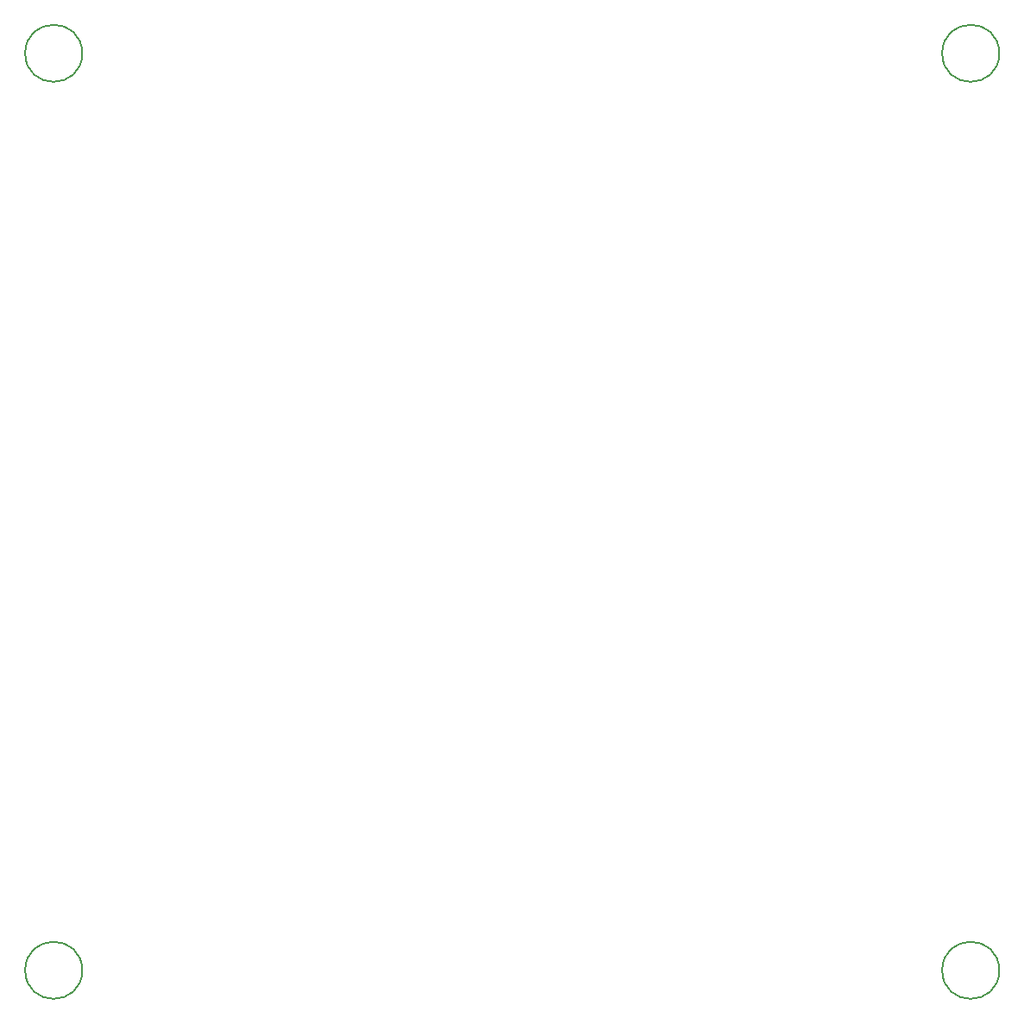
<source format=gbr>
G04 #@! TF.GenerationSoftware,KiCad,Pcbnew,5.1.5+dfsg1-2build2*
G04 #@! TF.CreationDate,2020-11-18T16:39:58+01:00*
G04 #@! TF.ProjectId,Logic_panel_v1,4c6f6769-635f-4706-916e-656c5f76312e,rev?*
G04 #@! TF.SameCoordinates,Original*
G04 #@! TF.FileFunction,Other,Comment*
%FSLAX46Y46*%
G04 Gerber Fmt 4.6, Leading zero omitted, Abs format (unit mm)*
G04 Created by KiCad (PCBNEW 5.1.5+dfsg1-2build2) date 2020-11-18 16:39:58*
%MOMM*%
%LPD*%
G04 APERTURE LIST*
%ADD10C,0.150000*%
G04 APERTURE END LIST*
D10*
G04 #@! TO.C,H1*
X57820001Y-145014862D02*
G75*
G03X57820001Y-145014862I-2800000J0D01*
G01*
G04 #@! TO.C,H2*
X147820001Y-55014862D02*
G75*
G03X147820001Y-55014862I-2800000J0D01*
G01*
G04 #@! TO.C,H3*
X57820001Y-55014862D02*
G75*
G03X57820001Y-55014862I-2800000J0D01*
G01*
G04 #@! TO.C,H4*
X147820001Y-145014862D02*
G75*
G03X147820001Y-145014862I-2800000J0D01*
G01*
G04 #@! TD*
M02*

</source>
